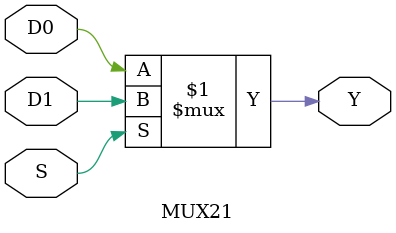
<source format=v>
module MUX21(D0, D1, S, Y);
	output Y;
	input D0, D1, S;

	assign Y=S?D1:D0;

endmodule

</source>
